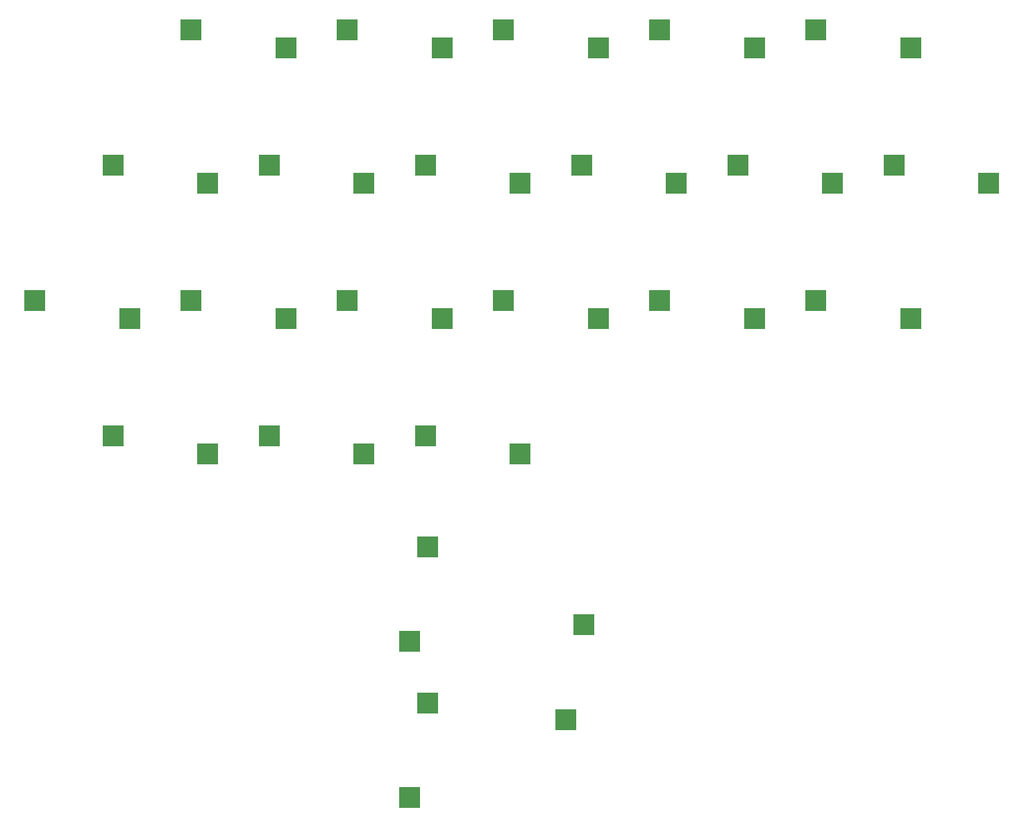
<source format=gbr>
%TF.GenerationSoftware,KiCad,Pcbnew,5.1.10-88a1d61d58~88~ubuntu20.04.1*%
%TF.CreationDate,2021-05-20T13:35:29+01:00*%
%TF.ProjectId,scrawler,73637261-776c-4657-922e-6b696361645f,rev?*%
%TF.SameCoordinates,Original*%
%TF.FileFunction,Paste,Bot*%
%TF.FilePolarity,Positive*%
%FSLAX46Y46*%
G04 Gerber Fmt 4.6, Leading zero omitted, Abs format (unit mm)*
G04 Created by KiCad (PCBNEW 5.1.10-88a1d61d58~88~ubuntu20.04.1) date 2021-05-20 13:35:29*
%MOMM*%
%LPD*%
G01*
G04 APERTURE LIST*
%ADD10R,2.600000X2.600000*%
G04 APERTURE END LIST*
D10*
%TO.C,SW23*%
X158921500Y-132183200D03*
X156721500Y-143733200D03*
%TD*%
%TO.C,SW22*%
X139871500Y-141708200D03*
X137671500Y-153258200D03*
%TD*%
%TO.C,SW21*%
X139871500Y-122658200D03*
X137671500Y-134208200D03*
%TD*%
%TO.C,SW20*%
X151166500Y-111360000D03*
X139616500Y-109160000D03*
%TD*%
%TO.C,SW19*%
X132116500Y-111360000D03*
X120566500Y-109160000D03*
%TD*%
%TO.C,SW18*%
X113066500Y-111360000D03*
X101516500Y-109160000D03*
%TD*%
%TO.C,SW17*%
X198791500Y-94850000D03*
X187241500Y-92650000D03*
%TD*%
%TO.C,SW16*%
X179741500Y-94850000D03*
X168191500Y-92650000D03*
%TD*%
%TO.C,SW15*%
X160691500Y-94850000D03*
X149141500Y-92650000D03*
%TD*%
%TO.C,SW14*%
X141641500Y-94850000D03*
X130091500Y-92650000D03*
%TD*%
%TO.C,SW13*%
X122591500Y-94850000D03*
X111041500Y-92650000D03*
%TD*%
%TO.C,SW12*%
X103541500Y-94850000D03*
X91991500Y-92650000D03*
%TD*%
%TO.C,SW11*%
X208316500Y-78340000D03*
X196766500Y-76140000D03*
%TD*%
%TO.C,SW10*%
X189266500Y-78340000D03*
X177716500Y-76140000D03*
%TD*%
%TO.C,SW9*%
X170216500Y-78340000D03*
X158666500Y-76140000D03*
%TD*%
%TO.C,SW8*%
X151166500Y-78340000D03*
X139616500Y-76140000D03*
%TD*%
%TO.C,SW7*%
X132116500Y-78340000D03*
X120566500Y-76140000D03*
%TD*%
%TO.C,SW6*%
X113066500Y-78340000D03*
X101516500Y-76140000D03*
%TD*%
%TO.C,SW5*%
X198791500Y-61830000D03*
X187241500Y-59630000D03*
%TD*%
%TO.C,SW4*%
X179741500Y-61830000D03*
X168191500Y-59630000D03*
%TD*%
%TO.C,SW3*%
X160691500Y-61830000D03*
X149141500Y-59630000D03*
%TD*%
%TO.C,SW2*%
X141641500Y-61830000D03*
X130091500Y-59630000D03*
%TD*%
%TO.C,SW1*%
X122591500Y-61830000D03*
X111041500Y-59630000D03*
%TD*%
M02*

</source>
